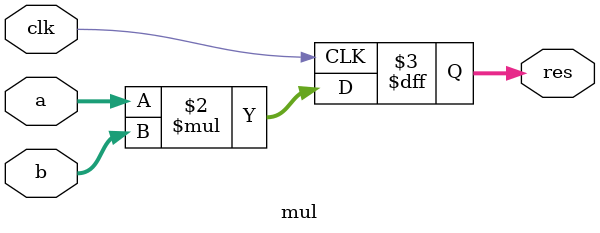
<source format=sv>
module mul(

  input            clk, 
  input      [3:0] a,b,
  output reg [7:0] res

);
  
  always @(posedge clk) begin 
    res <= a * b; 
  end 
  
endmodule 

</source>
